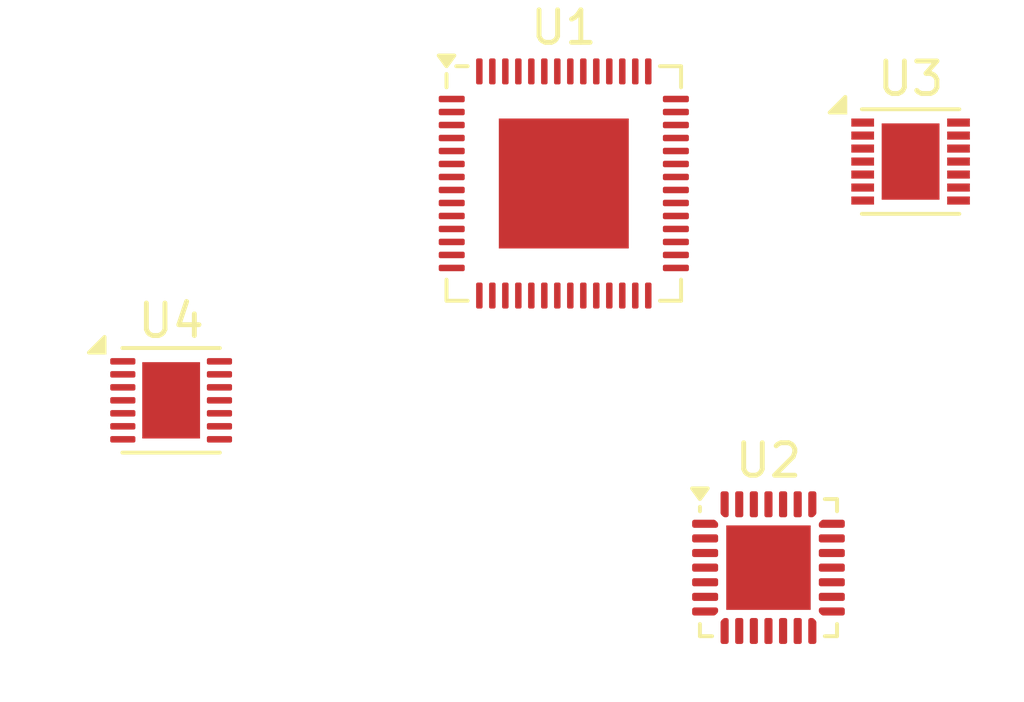
<source format=kicad_pcb>
(kicad_pcb (version 20241229) (generator "pcbnew") (generator_version "9.0")
  (layers (0 "F.Cu" signal) (2 "B.Cu" signal) (13 "F.Paste" user) (15 "B.Paste" user) (5 "F.SilkS" user "F.Silkscreen") (7 "B.SilkS" user "B.Silkscreen") (1 "F.Mask" user) (3 "B.Mask" user) (25 "Edge.Cuts" user))
  (net 0 "")
  (net 3 "Net-(U1-VDD3P3-Pad2)")
  (net 21 "Net-(U1-VDDA-Pad55)")
  (net 86 "Net-(U3-GND-Pad11)")
  (net 99 "Net-(U4-PGND-Pad1)")
  (net 101 "Net-(U4-PVDD-Pad11)")
  (footprint "Package_DFN_QFN:QFN-56-1EP_7x7mm_P0.4mm_EP4x4mm" (layer "F.Cu") (at 98.35 74.625)
    (property "Reference" "U1" (at 0 -4.8 0) (layer "F.SilkS"))
    (property "Value" "ESP32-S3")
    (fp_line (start -3.61 -2.96) (end -3.61 -3.37) (stroke (width 0.12)) (layer "F.SilkS"))
    (fp_line (start -3.61 3.61) (end -3.61 2.96) (stroke (width 0.12)) (layer "F.SilkS"))
    (fp_line (start -2.96 -3.61) (end -3.31 -3.61) (stroke (width 0.12)) (layer "F.SilkS"))
    (fp_line (start -2.96 3.61) (end -3.61 3.61) (stroke (width 0.12)) (layer "F.SilkS"))
    (fp_line (start 2.96 -3.61) (end 3.61 -3.61) (stroke (width 0.12)) (layer "F.SilkS"))
    (fp_line (start 2.96 3.61) (end 3.61 3.61) (stroke (width 0.12)) (layer "F.SilkS"))
    (fp_line (start 3.61 -3.61) (end 3.61 -2.96) (stroke (width 0.12)) (layer "F.SilkS"))
    (fp_line (start 3.61 3.61) (end 3.61 2.96) (stroke (width 0.12)) (layer "F.SilkS"))
    (fp_poly (pts (xy -3.61 -3.61) (xy -3.85 -3.94) (xy -3.37 -3.94)) (stroke (width 0.12)) (fill yes) (layer "F.SilkS"))
    (pad "1" smd roundrect (at -3.45 -2.6) (size 0.8 0.2) (layers "F.Cu" "F.Mask" "F.Paste"))
    (pad "2" smd roundrect (at -3.45 -2.2) (size 0.8 0.2) (layers "F.Cu" "F.Mask" "F.Paste") (net 3 "Net-(U1-VDD3P3-Pad2)"))
    (pad "3" smd roundrect (at -3.45 -1.8) (size 0.8 0.2) (layers "F.Cu" "F.Mask" "F.Paste") (net 3 "Net-(U1-VDD3P3-Pad2)"))
    (pad "4" smd roundrect (at -3.45 -1.4) (size 0.8 0.2) (layers "F.Cu" "F.Mask" "F.Paste"))
    (pad "5" smd roundrect (at -3.45 -1) (size 0.8 0.2) (layers "F.Cu" "F.Mask" "F.Paste"))
    (pad "6" smd roundrect (at -3.45 -0.6) (size 0.8 0.2) (layers "F.Cu" "F.Mask" "F.Paste"))
    (pad "7" smd roundrect (at -3.45 -0.2) (size 0.8 0.2) (layers "F.Cu" "F.Mask" "F.Paste"))
    (pad "8" smd roundrect (at -3.45 0.2) (size 0.8 0.2) (layers "F.Cu" "F.Mask" "F.Paste"))
    (pad "9" smd roundrect (at -3.45 0.6) (size 0.8 0.2) (layers "F.Cu" "F.Mask" "F.Paste"))
    (pad "10" smd roundrect (at -3.45 1) (size 0.8 0.2) (layers "F.Cu" "F.Mask" "F.Paste"))
    (pad "11" smd roundrect (at -3.45 1.4) (size 0.8 0.2) (layers "F.Cu" "F.Mask" "F.Paste"))
    (pad "12" smd roundrect (at -3.45 1.8) (size 0.8 0.2) (layers "F.Cu" "F.Mask" "F.Paste"))
    (pad "13" smd roundrect (at -3.45 2.2) (size 0.8 0.2) (layers "F.Cu" "F.Mask" "F.Paste"))
    (pad "14" smd roundrect (at -3.45 2.6) (size 0.8 0.2) (layers "F.Cu" "F.Mask" "F.Paste"))
    (pad "15" smd roundrect (at -2.6 3.45) (size 0.2 0.8) (layers "F.Cu" "F.Mask" "F.Paste"))
    (pad "16" smd roundrect (at -2.2 3.45) (size 0.2 0.8) (layers "F.Cu" "F.Mask" "F.Paste"))
    (pad "17" smd roundrect (at -1.8 3.45) (size 0.2 0.8) (layers "F.Cu" "F.Mask" "F.Paste"))
    (pad "18" smd roundrect (at -1.4 3.45) (size 0.2 0.8) (layers "F.Cu" "F.Mask" "F.Paste"))
    (pad "19" smd roundrect (at -1 3.45) (size 0.2 0.8) (layers "F.Cu" "F.Mask" "F.Paste"))
    (pad "20" smd roundrect (at -0.6 3.45) (size 0.2 0.8) (layers "F.Cu" "F.Mask" "F.Paste"))
    (pad "21" smd roundrect (at -0.2 3.45) (size 0.2 0.8) (layers "F.Cu" "F.Mask" "F.Paste"))
    (pad "22" smd roundrect (at 0.2 3.45) (size 0.2 0.8) (layers "F.Cu" "F.Mask" "F.Paste"))
    (pad "23" smd roundrect (at 0.6 3.45) (size 0.2 0.8) (layers "F.Cu" "F.Mask" "F.Paste"))
    (pad "24" smd roundrect (at 1 3.45) (size 0.2 0.8) (layers "F.Cu" "F.Mask" "F.Paste"))
    (pad "25" smd roundrect (at 1.4 3.45) (size 0.2 0.8) (layers "F.Cu" "F.Mask" "F.Paste"))
    (pad "26" smd roundrect (at 1.8 3.45) (size 0.2 0.8) (layers "F.Cu" "F.Mask" "F.Paste"))
    (pad "27" smd roundrect (at 2.2 3.45) (size 0.2 0.8) (layers "F.Cu" "F.Mask" "F.Paste"))
    (pad "28" smd roundrect (at 2.6 3.45) (size 0.2 0.8) (layers "F.Cu" "F.Mask" "F.Paste"))
    (pad "29" smd roundrect (at 3.45 2.6) (size 0.8 0.2) (layers "F.Cu" "F.Mask" "F.Paste"))
    (pad "30" smd roundrect (at 3.45 2.2) (size 0.8 0.2) (layers "F.Cu" "F.Mask" "F.Paste"))
    (pad "31" smd roundrect (at 3.45 1.8) (size 0.8 0.2) (layers "F.Cu" "F.Mask" "F.Paste"))
    (pad "32" smd roundrect (at 3.45 1.4) (size 0.8 0.2) (layers "F.Cu" "F.Mask" "F.Paste"))
    (pad "33" smd roundrect (at 3.45 1) (size 0.8 0.2) (layers "F.Cu" "F.Mask" "F.Paste"))
    (pad "34" smd roundrect (at 3.45 0.6) (size 0.8 0.2) (layers "F.Cu" "F.Mask" "F.Paste"))
    (pad "35" smd roundrect (at 3.45 0.2) (size 0.8 0.2) (layers "F.Cu" "F.Mask" "F.Paste"))
    (pad "36" smd roundrect (at 3.45 -0.2) (size 0.8 0.2) (layers "F.Cu" "F.Mask" "F.Paste"))
    (pad "37" smd roundrect (at 3.45 -0.6) (size 0.8 0.2) (layers "F.Cu" "F.Mask" "F.Paste"))
    (pad "38" smd roundrect (at 3.45 -1) (size 0.8 0.2) (layers "F.Cu" "F.Mask" "F.Paste"))
    (pad "39" smd roundrect (at 3.45 -1.4) (size 0.8 0.2) (layers "F.Cu" "F.Mask" "F.Paste"))
    (pad "40" smd roundrect (at 3.45 -1.8) (size 0.8 0.2) (layers "F.Cu" "F.Mask" "F.Paste"))
    (pad "41" smd roundrect (at 3.45 -2.2) (size 0.8 0.2) (layers "F.Cu" "F.Mask" "F.Paste"))
    (pad "42" smd roundrect (at 3.45 -2.6) (size 0.8 0.2) (layers "F.Cu" "F.Mask" "F.Paste"))
    (pad "43" smd roundrect (at 2.6 -3.45) (size 0.2 0.8) (layers "F.Cu" "F.Mask" "F.Paste"))
    (pad "44" smd roundrect (at 2.2 -3.45) (size 0.2 0.8) (layers "F.Cu" "F.Mask" "F.Paste"))
    (pad "45" smd roundrect (at 1.8 -3.45) (size 0.2 0.8) (layers "F.Cu" "F.Mask" "F.Paste"))
    (pad "46" smd roundrect (at 1.4 -3.45) (size 0.2 0.8) (layers "F.Cu" "F.Mask" "F.Paste"))
    (pad "47" smd roundrect (at 1 -3.45) (size 0.2 0.8) (layers "F.Cu" "F.Mask" "F.Paste"))
    (pad "48" smd roundrect (at 0.6 -3.45) (size 0.2 0.8) (layers "F.Cu" "F.Mask" "F.Paste"))
    (pad "49" smd roundrect (at 0.2 -3.45) (size 0.2 0.8) (layers "F.Cu" "F.Mask" "F.Paste"))
    (pad "50" smd roundrect (at -0.2 -3.45) (size 0.2 0.8) (layers "F.Cu" "F.Mask" "F.Paste"))
    (pad "51" smd roundrect (at -0.6 -3.45) (size 0.2 0.8) (layers "F.Cu" "F.Mask" "F.Paste"))
    (pad "52" smd roundrect (at -1 -3.45) (size 0.2 0.8) (layers "F.Cu" "F.Mask" "F.Paste"))
    (pad "53" smd roundrect (at -1.4 -3.45) (size 0.2 0.8) (layers "F.Cu" "F.Mask" "F.Paste"))
    (pad "54" smd roundrect (at -1.8 -3.45) (size 0.2 0.8) (layers "F.Cu" "F.Mask" "F.Paste"))
    (pad "55" smd roundrect (at -2.2 -3.45) (size 0.2 0.8) (layers "F.Cu" "F.Mask" "F.Paste") (net 21 "Net-(U1-VDDA-Pad55)"))
    (pad "56" smd roundrect (at -2.6 -3.45) (size 0.2 0.8) (layers "F.Cu" "F.Mask" "F.Paste") (net 21 "Net-(U1-VDDA-Pad55)"))
    (pad "57" smd rect (at 0 0) (size 4 4) (property pad_prop_heatsink) (layers "F.Cu" "F.Mask"))
  )
  (footprint "Package_DFN_QFN:TDFN-14-1EP_3x3mm_P0.4mm_EP1.78x2.35mm" (layer "F.Cu") (at 86.2625 81.3)
    (property "Reference" "U4" (at 0 -2.45 0) (layer "F.SilkS"))
    (property "Value" "MAX98306xDT")
    (fp_line (start -1.5 -1.61) (end 1.5 -1.61) (stroke (width 0.12)) (layer "F.SilkS"))
    (fp_line (start -1.5 1.61) (end 1.5 1.61) (stroke (width 0.12)) (layer "F.SilkS"))
    (fp_poly (pts (xy -2.05 -1.47) (xy -2.53 -1.47) (xy -2.05 -1.95)) (stroke (width 0.12)) (fill yes) (layer "F.SilkS"))
    (pad "1" smd roundrect (at -1.4875 -1.2) (size 0.775 0.2) (layers "F.Cu" "F.Mask" "F.Paste") (net 99 "Net-(U4-PGND-Pad1)"))
    (pad "2" smd roundrect (at -1.4875 -0.8) (size 0.775 0.2) (layers "F.Cu" "F.Mask" "F.Paste"))
    (pad "3" smd roundrect (at -1.4875 -0.4) (size 0.775 0.2) (layers "F.Cu" "F.Mask" "F.Paste"))
    (pad "4" smd roundrect (at -1.4875 0) (size 0.775 0.2) (layers "F.Cu" "F.Mask" "F.Paste"))
    (pad "5" smd roundrect (at -1.4875 0.4) (size 0.775 0.2) (layers "F.Cu" "F.Mask" "F.Paste"))
    (pad "6" smd roundrect (at -1.4875 0.8) (size 0.775 0.2) (layers "F.Cu" "F.Mask" "F.Paste"))
    (pad "7" smd roundrect (at -1.4875 1.2) (size 0.775 0.2) (layers "F.Cu" "F.Mask" "F.Paste"))
    (pad "8" smd roundrect (at 1.4875 1.2) (size 0.775 0.2) (layers "F.Cu" "F.Mask" "F.Paste") (net 99 "Net-(U4-PGND-Pad1)"))
    (pad "9" smd roundrect (at 1.4875 0.8) (size 0.775 0.2) (layers "F.Cu" "F.Mask" "F.Paste"))
    (pad "10" smd roundrect (at 1.4875 0.4) (size 0.775 0.2) (layers "F.Cu" "F.Mask" "F.Paste"))
    (pad "11" smd roundrect (at 1.4875 0) (size 0.775 0.2) (layers "F.Cu" "F.Mask" "F.Paste") (net 101 "Net-(U4-PVDD-Pad11)"))
    (pad "12" smd roundrect (at 1.4875 -0.4) (size 0.775 0.2) (layers "F.Cu" "F.Mask" "F.Paste") (net 101 "Net-(U4-PVDD-Pad11)"))
    (pad "13" smd roundrect (at 1.4875 -0.8) (size 0.775 0.2) (layers "F.Cu" "F.Mask" "F.Paste"))
    (pad "14" smd roundrect (at 1.4875 -1.2) (size 0.775 0.2) (layers "F.Cu" "F.Mask" "F.Paste"))
    (pad "15" smd rect (at 0 0) (size 1.78 2.35) (property pad_prop_heatsink) (layers "F.Cu" "F.Mask") (net 99 "Net-(U4-PGND-Pad1)"))
  )
  (footprint "Package_DFN_QFN:DFN-14-1EP_3x3mm_P0.4mm_EP1.78x2.35mm" (layer "F.Cu") (at 109.025 73.95)
    (property "Reference" "U3" (at 0 -2.55 0) (layer "F.SilkS"))
    (property "Value" "MAX9814")
    (fp_line (start -1.5 -1.61) (end 1.5 -1.61) (stroke (width 0.12)) (layer "F.SilkS"))
    (fp_line (start -1.5 1.61) (end 1.5 1.61) (stroke (width 0.12)) (layer "F.SilkS"))
    (fp_poly (pts (xy -2.01 -1.51) (xy -2.49 -1.51) (xy -2.01 -1.99) (xy -2.01 -1.51)) (stroke (width 0.12)) (fill yes) (layer "F.SilkS"))
    (pad "1" smd rect (at -1.475 -1.2) (size 0.7 0.25) (layers "F.Cu" "F.Mask" "F.Paste"))
    (pad "2" smd rect (at -1.475 -0.8) (size 0.7 0.25) (layers "F.Cu" "F.Mask" "F.Paste"))
    (pad "3" smd rect (at -1.475 -0.4) (size 0.7 0.25) (layers "F.Cu" "F.Mask" "F.Paste"))
    (pad "4" smd rect (at -1.475 0) (size 0.7 0.25) (layers "F.Cu" "F.Mask" "F.Paste") (net 86 "Net-(U3-GND-Pad11)"))
    (pad "5" smd rect (at -1.475 0.4) (size 0.7 0.25) (layers "F.Cu" "F.Mask" "F.Paste"))
    (pad "6" smd rect (at -1.475 0.8) (size 0.7 0.25) (layers "F.Cu" "F.Mask" "F.Paste"))
    (pad "7" smd rect (at -1.475 1.2) (size 0.7 0.25) (layers "F.Cu" "F.Mask" "F.Paste") (net 86 "Net-(U3-GND-Pad11)"))
    (pad "8" smd rect (at 1.475 1.2) (size 0.7 0.25) (layers "F.Cu" "F.Mask" "F.Paste"))
    (pad "9" smd rect (at 1.475 0.8) (size 0.7 0.25) (layers "F.Cu" "F.Mask" "F.Paste"))
    (pad "10" smd rect (at 1.475 0.4) (size 0.7 0.25) (layers "F.Cu" "F.Mask" "F.Paste"))
    (pad "11" smd rect (at 1.475 0) (size 0.7 0.25) (layers "F.Cu" "F.Mask" "F.Paste") (net 86 "Net-(U3-GND-Pad11)"))
    (pad "12" smd rect (at 1.475 -0.4) (size 0.7 0.25) (layers "F.Cu" "F.Mask" "F.Paste"))
    (pad "13" smd rect (at 1.475 -0.8) (size 0.7 0.25) (layers "F.Cu" "F.Mask" "F.Paste"))
    (pad "14" smd rect (at 1.475 -1.2) (size 0.7 0.25) (layers "F.Cu" "F.Mask" "F.Paste"))
    (pad "15" smd rect (at 0 0) (size 1.78 2.35) (layers "F.Cu" "F.Mask") (net 86 "Net-(U3-GND-Pad11)"))
  )
  (footprint "Package_DFN_QFN:QFN-28-1EP_4x4mm_P0.45mm_EP2.6x2.6mm" (layer "F.Cu") (at 104.65 86.45)
    (property "Reference" "U2" (at 0 -3.3 0) (layer "F.SilkS"))
    (property "Value" "ES8388")
    (fp_line (start -2.11 -1.735) (end -2.11 -1.87) (stroke (width 0.12)) (layer "F.SilkS"))
    (fp_line (start -2.11 2.11) (end -2.11 1.735) (stroke (width 0.12)) (layer "F.SilkS"))
    (fp_line (start -1.735 2.11) (end -2.11 2.11) (stroke (width 0.12)) (layer "F.SilkS"))
    (fp_line (start 1.735 -2.11) (end 2.11 -2.11) (stroke (width 0.12)) (layer "F.SilkS"))
    (fp_line (start 1.735 2.11) (end 2.11 2.11) (stroke (width 0.12)) (layer "F.SilkS"))
    (fp_line (start 2.11 -2.11) (end 2.11 -1.735) (stroke (width 0.12)) (layer "F.SilkS"))
    (fp_line (start 2.11 2.11) (end 2.11 1.735) (stroke (width 0.12)) (layer "F.SilkS"))
    (fp_poly (pts (xy -2.11 -2.11) (xy -2.35 -2.44) (xy -1.87 -2.44)) (stroke (width 0.12)) (fill yes) (layer "F.SilkS"))
    (pad "1" smd custom (at -1.95 -1.35) (size 0.179289 0.179289) (layers "F.Cu" "F.Mask" "F.Paste") (options (clearance outline) (anchor circle)) (primitives (gr_poly (pts (xy -0.3375 -0.0625) (xy 0.274112 -0.0625) (xy 0.3375 0.000888) (xy 0.3375 0.0625) (xy -0.3375 0.0625)) (width 0.125) (fill yes))))
    (pad "2" smd roundrect (at -1.95 -0.9) (size 0.8 0.25) (layers "F.Cu" "F.Mask" "F.Paste"))
    (pad "3" smd roundrect (at -1.95 -0.45) (size 0.8 0.25) (layers "F.Cu" "F.Mask" "F.Paste"))
    (pad "4" smd roundrect (at -1.95 0) (size 0.8 0.25) (layers "F.Cu" "F.Mask" "F.Paste"))
    (pad "5" smd roundrect (at -1.95 0.45) (size 0.8 0.25) (layers "F.Cu" "F.Mask" "F.Paste"))
    (pad "6" smd roundrect (at -1.95 0.9) (size 0.8 0.25) (layers "F.Cu" "F.Mask" "F.Paste"))
    (pad "7" smd custom (at -1.95 1.35) (size 0.179289 0.179289) (layers "F.Cu" "F.Mask" "F.Paste") (options (clearance outline) (anchor circle)) (primitives (gr_poly (pts (xy -0.3375 -0.0625) (xy 0.3375 -0.0625) (xy 0.3375 -0.000888) (xy 0.274112 0.0625) (xy -0.3375 0.0625)) (width 0.125) (fill yes))))
    (pad "8" smd custom (at -1.35 1.95) (size 0.179289 0.179289) (layers "F.Cu" "F.Mask" "F.Paste") (options (clearance outline) (anchor circle)) (primitives (gr_poly (pts (xy -0.0625 -0.274112) (xy 0.000888 -0.3375) (xy 0.0625 -0.3375) (xy 0.0625 0.3375) (xy -0.0625 0.3375)) (width 0.125) (fill yes))))
    (pad "9" smd roundrect (at -0.9 1.95) (size 0.25 0.8) (layers "F.Cu" "F.Mask" "F.Paste"))
    (pad "10" smd roundrect (at -0.45 1.95) (size 0.25 0.8) (layers "F.Cu" "F.Mask" "F.Paste"))
    (pad "11" smd roundrect (at 0 1.95) (size 0.25 0.8) (layers "F.Cu" "F.Mask" "F.Paste"))
    (pad "12" smd roundrect (at 0.45 1.95) (size 0.25 0.8) (layers "F.Cu" "F.Mask" "F.Paste"))
    (pad "13" smd roundrect (at 0.9 1.95) (size 0.25 0.8) (layers "F.Cu" "F.Mask" "F.Paste"))
    (pad "14" smd custom (at 1.35 1.95) (size 0.179289 0.179289) (layers "F.Cu" "F.Mask" "F.Paste") (options (clearance outline) (anchor circle)) (primitives (gr_poly (pts (xy -0.0625 -0.3375) (xy -0.000888 -0.3375) (xy 0.0625 -0.274112) (xy 0.0625 0.3375) (xy -0.0625 0.3375)) (width 0.125) (fill yes))))
    (pad "15" smd custom (at 1.95 1.35) (size 0.179289 0.179289) (layers "F.Cu" "F.Mask" "F.Paste") (options (clearance outline) (anchor circle)) (primitives (gr_poly (pts (xy -0.3375 -0.0625) (xy 0.3375 -0.0625) (xy 0.3375 0.0625) (xy -0.274112 0.0625) (xy -0.3375 -0.000888)) (width 0.125) (fill yes))))
    (pad "16" smd roundrect (at 1.95 0.9) (size 0.8 0.25) (layers "F.Cu" "F.Mask" "F.Paste"))
    (pad "17" smd roundrect (at 1.95 0.45) (size 0.8 0.25) (layers "F.Cu" "F.Mask" "F.Paste"))
    (pad "18" smd roundrect (at 1.95 0) (size 0.8 0.25) (layers "F.Cu" "F.Mask" "F.Paste"))
    (pad "19" smd roundrect (at 1.95 -0.45) (size 0.8 0.25) (layers "F.Cu" "F.Mask" "F.Paste"))
    (pad "20" smd roundrect (at 1.95 -0.9) (size 0.8 0.25) (layers "F.Cu" "F.Mask" "F.Paste"))
    (pad "21" smd custom (at 1.95 -1.35) (size 0.179289 0.179289) (layers "F.Cu" "F.Mask" "F.Paste") (options (clearance outline) (anchor circle)) (primitives (gr_poly (pts (xy -0.3375 0.000888) (xy -0.274112 -0.0625) (xy 0.3375 -0.0625) (xy 0.3375 0.0625) (xy -0.3375 0.0625)) (width 0.125) (fill yes))))
    (pad "22" smd custom (at 1.35 -1.95) (size 0.179289 0.179289) (layers "F.Cu" "F.Mask" "F.Paste") (options (clearance outline) (anchor circle)) (primitives (gr_poly (pts (xy -0.0625 -0.3375) (xy 0.0625 -0.3375) (xy 0.0625 0.274112) (xy -0.000888 0.3375) (xy -0.0625 0.3375)) (width 0.125) (fill yes))))
    (pad "23" smd roundrect (at 0.9 -1.95) (size 0.25 0.8) (layers "F.Cu" "F.Mask" "F.Paste"))
    (pad "24" smd roundrect (at 0.45 -1.95) (size 0.25 0.8) (layers "F.Cu" "F.Mask" "F.Paste"))
    (pad "25" smd roundrect (at 0 -1.95) (size 0.25 0.8) (layers "F.Cu" "F.Mask" "F.Paste"))
    (pad "26" smd roundrect (at -0.45 -1.95) (size 0.25 0.8) (layers "F.Cu" "F.Mask" "F.Paste"))
    (pad "27" smd roundrect (at -0.9 -1.95) (size 0.25 0.8) (layers "F.Cu" "F.Mask" "F.Paste"))
    (pad "28" smd custom (at -1.35 -1.95) (size 0.179289 0.179289) (layers "F.Cu" "F.Mask" "F.Paste") (options (clearance outline) (anchor circle)) (primitives (gr_poly (pts (xy -0.0625 -0.3375) (xy 0.0625 -0.3375) (xy 0.0625 0.3375) (xy 0.000888 0.3375) (xy -0.0625 0.274112)) (width 0.125) (fill yes))))
    (pad "29" smd rect (at 0 0) (size 2.6 2.6) (property pad_prop_heatsink) (layers "F.Cu" "F.Mask"))
  )
)
</source>
